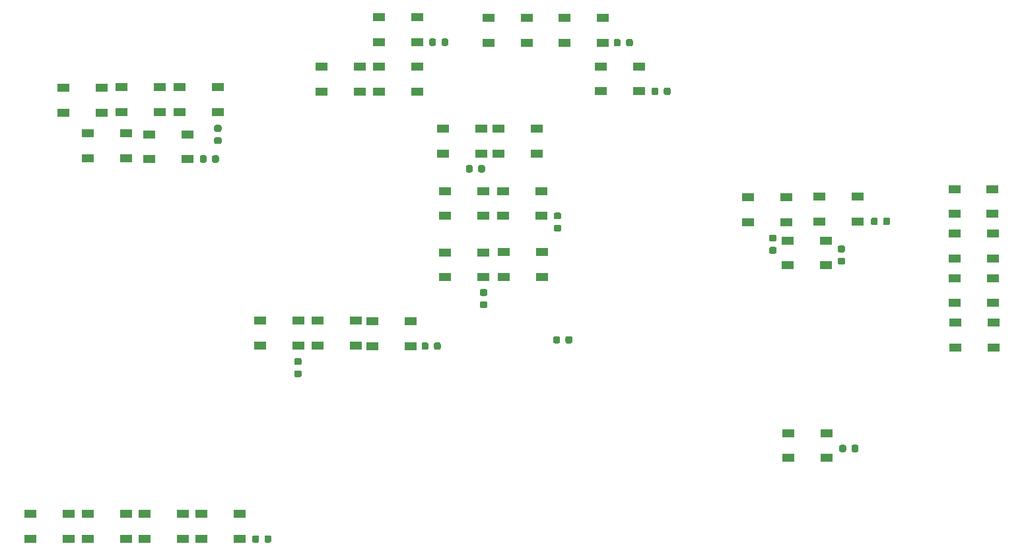
<source format=gbr>
%TF.GenerationSoftware,KiCad,Pcbnew,(5.1.6)-1*%
%TF.CreationDate,2020-12-18T17:33:36+11:00*%
%TF.ProjectId,Fuel Panel PCB V2,4675656c-2050-4616-9e65-6c2050434220,rev?*%
%TF.SameCoordinates,Original*%
%TF.FileFunction,Paste,Top*%
%TF.FilePolarity,Positive*%
%FSLAX46Y46*%
G04 Gerber Fmt 4.6, Leading zero omitted, Abs format (unit mm)*
G04 Created by KiCad (PCBNEW (5.1.6)-1) date 2020-12-18 17:33:36*
%MOMM*%
%LPD*%
G01*
G04 APERTURE LIST*
%ADD10R,1.500000X1.000000*%
G04 APERTURE END LIST*
%TO.C,R1*%
G36*
G01*
X169932000Y-121561750D02*
X169932000Y-122074250D01*
G75*
G02*
X169713250Y-122293000I-218750J0D01*
G01*
X169275750Y-122293000D01*
G75*
G02*
X169057000Y-122074250I0J218750D01*
G01*
X169057000Y-121561750D01*
G75*
G02*
X169275750Y-121343000I218750J0D01*
G01*
X169713250Y-121343000D01*
G75*
G02*
X169932000Y-121561750I0J-218750D01*
G01*
G37*
G36*
G01*
X171507000Y-121561750D02*
X171507000Y-122074250D01*
G75*
G02*
X171288250Y-122293000I-218750J0D01*
G01*
X170850750Y-122293000D01*
G75*
G02*
X170632000Y-122074250I0J218750D01*
G01*
X170632000Y-121561750D01*
G75*
G02*
X170850750Y-121343000I218750J0D01*
G01*
X171288250Y-121343000D01*
G75*
G02*
X171507000Y-121561750I0J-218750D01*
G01*
G37*
%TD*%
%TO.C,C16*%
G36*
G01*
X131333860Y-147137410D02*
X131333860Y-147649910D01*
G75*
G02*
X131115110Y-147868660I-218750J0D01*
G01*
X130677610Y-147868660D01*
G75*
G02*
X130458860Y-147649910I0J218750D01*
G01*
X130458860Y-147137410D01*
G75*
G02*
X130677610Y-146918660I218750J0D01*
G01*
X131115110Y-146918660D01*
G75*
G02*
X131333860Y-147137410I0J-218750D01*
G01*
G37*
G36*
G01*
X132908860Y-147137410D02*
X132908860Y-147649910D01*
G75*
G02*
X132690110Y-147868660I-218750J0D01*
G01*
X132252610Y-147868660D01*
G75*
G02*
X132033860Y-147649910I0J218750D01*
G01*
X132033860Y-147137410D01*
G75*
G02*
X132252610Y-146918660I218750J0D01*
G01*
X132690110Y-146918660D01*
G75*
G02*
X132908860Y-147137410I0J-218750D01*
G01*
G37*
%TD*%
%TO.C,C15*%
G36*
G01*
X206624540Y-135514370D02*
X206624540Y-136026870D01*
G75*
G02*
X206405790Y-136245620I-218750J0D01*
G01*
X205968290Y-136245620D01*
G75*
G02*
X205749540Y-136026870I0J218750D01*
G01*
X205749540Y-135514370D01*
G75*
G02*
X205968290Y-135295620I218750J0D01*
G01*
X206405790Y-135295620D01*
G75*
G02*
X206624540Y-135514370I0J-218750D01*
G01*
G37*
G36*
G01*
X208199540Y-135514370D02*
X208199540Y-136026870D01*
G75*
G02*
X207980790Y-136245620I-218750J0D01*
G01*
X207543290Y-136245620D01*
G75*
G02*
X207324540Y-136026870I0J218750D01*
G01*
X207324540Y-135514370D01*
G75*
G02*
X207543290Y-135295620I218750J0D01*
G01*
X207980790Y-135295620D01*
G75*
G02*
X208199540Y-135514370I0J-218750D01*
G01*
G37*
%TD*%
%TO.C,C14*%
G36*
G01*
X205763150Y-111299640D02*
X206275650Y-111299640D01*
G75*
G02*
X206494400Y-111518390I0J-218750D01*
G01*
X206494400Y-111955890D01*
G75*
G02*
X206275650Y-112174640I-218750J0D01*
G01*
X205763150Y-112174640D01*
G75*
G02*
X205544400Y-111955890I0J218750D01*
G01*
X205544400Y-111518390D01*
G75*
G02*
X205763150Y-111299640I218750J0D01*
G01*
G37*
G36*
G01*
X205763150Y-109724640D02*
X206275650Y-109724640D01*
G75*
G02*
X206494400Y-109943390I0J-218750D01*
G01*
X206494400Y-110380890D01*
G75*
G02*
X206275650Y-110599640I-218750J0D01*
G01*
X205763150Y-110599640D01*
G75*
G02*
X205544400Y-110380890I0J218750D01*
G01*
X205544400Y-109943390D01*
G75*
G02*
X205763150Y-109724640I218750J0D01*
G01*
G37*
%TD*%
%TO.C,C13*%
G36*
G01*
X210675840Y-106357710D02*
X210675840Y-106870210D01*
G75*
G02*
X210457090Y-107088960I-218750J0D01*
G01*
X210019590Y-107088960D01*
G75*
G02*
X209800840Y-106870210I0J218750D01*
G01*
X209800840Y-106357710D01*
G75*
G02*
X210019590Y-106138960I218750J0D01*
G01*
X210457090Y-106138960D01*
G75*
G02*
X210675840Y-106357710I0J-218750D01*
G01*
G37*
G36*
G01*
X212250840Y-106357710D02*
X212250840Y-106870210D01*
G75*
G02*
X212032090Y-107088960I-218750J0D01*
G01*
X211594590Y-107088960D01*
G75*
G02*
X211375840Y-106870210I0J218750D01*
G01*
X211375840Y-106357710D01*
G75*
G02*
X211594590Y-106138960I218750J0D01*
G01*
X212032090Y-106138960D01*
G75*
G02*
X212250840Y-106357710I0J-218750D01*
G01*
G37*
%TD*%
%TO.C,C12*%
G36*
G01*
X169867290Y-106347880D02*
X169354790Y-106347880D01*
G75*
G02*
X169136040Y-106129130I0J218750D01*
G01*
X169136040Y-105691630D01*
G75*
G02*
X169354790Y-105472880I218750J0D01*
G01*
X169867290Y-105472880D01*
G75*
G02*
X170086040Y-105691630I0J-218750D01*
G01*
X170086040Y-106129130D01*
G75*
G02*
X169867290Y-106347880I-218750J0D01*
G01*
G37*
G36*
G01*
X169867290Y-107922880D02*
X169354790Y-107922880D01*
G75*
G02*
X169136040Y-107704130I0J218750D01*
G01*
X169136040Y-107266630D01*
G75*
G02*
X169354790Y-107047880I218750J0D01*
G01*
X169867290Y-107047880D01*
G75*
G02*
X170086040Y-107266630I0J-218750D01*
G01*
X170086040Y-107704130D01*
G75*
G02*
X169867290Y-107922880I-218750J0D01*
G01*
G37*
%TD*%
%TO.C,C11*%
G36*
G01*
X197479630Y-109195020D02*
X196967130Y-109195020D01*
G75*
G02*
X196748380Y-108976270I0J218750D01*
G01*
X196748380Y-108538770D01*
G75*
G02*
X196967130Y-108320020I218750J0D01*
G01*
X197479630Y-108320020D01*
G75*
G02*
X197698380Y-108538770I0J-218750D01*
G01*
X197698380Y-108976270D01*
G75*
G02*
X197479630Y-109195020I-218750J0D01*
G01*
G37*
G36*
G01*
X197479630Y-110770020D02*
X196967130Y-110770020D01*
G75*
G02*
X196748380Y-110551270I0J218750D01*
G01*
X196748380Y-110113770D01*
G75*
G02*
X196967130Y-109895020I218750J0D01*
G01*
X197479630Y-109895020D01*
G75*
G02*
X197698380Y-110113770I0J-218750D01*
G01*
X197698380Y-110551270D01*
G75*
G02*
X197479630Y-110770020I-218750J0D01*
G01*
G37*
%TD*%
%TO.C,C10*%
G36*
G01*
X182547880Y-89659750D02*
X182547880Y-90172250D01*
G75*
G02*
X182329130Y-90391000I-218750J0D01*
G01*
X181891630Y-90391000D01*
G75*
G02*
X181672880Y-90172250I0J218750D01*
G01*
X181672880Y-89659750D01*
G75*
G02*
X181891630Y-89441000I218750J0D01*
G01*
X182329130Y-89441000D01*
G75*
G02*
X182547880Y-89659750I0J-218750D01*
G01*
G37*
G36*
G01*
X184122880Y-89659750D02*
X184122880Y-90172250D01*
G75*
G02*
X183904130Y-90391000I-218750J0D01*
G01*
X183466630Y-90391000D01*
G75*
G02*
X183247880Y-90172250I0J218750D01*
G01*
X183247880Y-89659750D01*
G75*
G02*
X183466630Y-89441000I218750J0D01*
G01*
X183904130Y-89441000D01*
G75*
G02*
X184122880Y-89659750I0J-218750D01*
G01*
G37*
%TD*%
%TO.C,C9*%
G36*
G01*
X177701360Y-83418970D02*
X177701360Y-83931470D01*
G75*
G02*
X177482610Y-84150220I-218750J0D01*
G01*
X177045110Y-84150220D01*
G75*
G02*
X176826360Y-83931470I0J218750D01*
G01*
X176826360Y-83418970D01*
G75*
G02*
X177045110Y-83200220I218750J0D01*
G01*
X177482610Y-83200220D01*
G75*
G02*
X177701360Y-83418970I0J-218750D01*
G01*
G37*
G36*
G01*
X179276360Y-83418970D02*
X179276360Y-83931470D01*
G75*
G02*
X179057610Y-84150220I-218750J0D01*
G01*
X178620110Y-84150220D01*
G75*
G02*
X178401360Y-83931470I0J218750D01*
G01*
X178401360Y-83418970D01*
G75*
G02*
X178620110Y-83200220I218750J0D01*
G01*
X179057610Y-83200220D01*
G75*
G02*
X179276360Y-83418970I0J-218750D01*
G01*
G37*
%TD*%
%TO.C,C8*%
G36*
G01*
X154031200Y-83360550D02*
X154031200Y-83873050D01*
G75*
G02*
X153812450Y-84091800I-218750J0D01*
G01*
X153374950Y-84091800D01*
G75*
G02*
X153156200Y-83873050I0J218750D01*
G01*
X153156200Y-83360550D01*
G75*
G02*
X153374950Y-83141800I218750J0D01*
G01*
X153812450Y-83141800D01*
G75*
G02*
X154031200Y-83360550I0J-218750D01*
G01*
G37*
G36*
G01*
X155606200Y-83360550D02*
X155606200Y-83873050D01*
G75*
G02*
X155387450Y-84091800I-218750J0D01*
G01*
X154949950Y-84091800D01*
G75*
G02*
X154731200Y-83873050I0J218750D01*
G01*
X154731200Y-83360550D01*
G75*
G02*
X154949950Y-83141800I218750J0D01*
G01*
X155387450Y-83141800D01*
G75*
G02*
X155606200Y-83360550I0J-218750D01*
G01*
G37*
%TD*%
%TO.C,C7*%
G36*
G01*
X159435180Y-100121430D02*
X159435180Y-99608930D01*
G75*
G02*
X159653930Y-99390180I218750J0D01*
G01*
X160091430Y-99390180D01*
G75*
G02*
X160310180Y-99608930I0J-218750D01*
G01*
X160310180Y-100121430D01*
G75*
G02*
X160091430Y-100340180I-218750J0D01*
G01*
X159653930Y-100340180D01*
G75*
G02*
X159435180Y-100121430I0J218750D01*
G01*
G37*
G36*
G01*
X157860180Y-100121430D02*
X157860180Y-99608930D01*
G75*
G02*
X158078930Y-99390180I218750J0D01*
G01*
X158516430Y-99390180D01*
G75*
G02*
X158735180Y-99608930I0J-218750D01*
G01*
X158735180Y-100121430D01*
G75*
G02*
X158516430Y-100340180I-218750J0D01*
G01*
X158078930Y-100340180D01*
G75*
G02*
X157860180Y-100121430I0J218750D01*
G01*
G37*
%TD*%
%TO.C,C6*%
G36*
G01*
X160393090Y-116182560D02*
X159880590Y-116182560D01*
G75*
G02*
X159661840Y-115963810I0J218750D01*
G01*
X159661840Y-115526310D01*
G75*
G02*
X159880590Y-115307560I218750J0D01*
G01*
X160393090Y-115307560D01*
G75*
G02*
X160611840Y-115526310I0J-218750D01*
G01*
X160611840Y-115963810D01*
G75*
G02*
X160393090Y-116182560I-218750J0D01*
G01*
G37*
G36*
G01*
X160393090Y-117757560D02*
X159880590Y-117757560D01*
G75*
G02*
X159661840Y-117538810I0J218750D01*
G01*
X159661840Y-117101310D01*
G75*
G02*
X159880590Y-116882560I218750J0D01*
G01*
X160393090Y-116882560D01*
G75*
G02*
X160611840Y-117101310I0J-218750D01*
G01*
X160611840Y-117538810D01*
G75*
G02*
X160393090Y-117757560I-218750J0D01*
G01*
G37*
%TD*%
%TO.C,C5*%
G36*
G01*
X153061020Y-122367330D02*
X153061020Y-122879830D01*
G75*
G02*
X152842270Y-123098580I-218750J0D01*
G01*
X152404770Y-123098580D01*
G75*
G02*
X152186020Y-122879830I0J218750D01*
G01*
X152186020Y-122367330D01*
G75*
G02*
X152404770Y-122148580I218750J0D01*
G01*
X152842270Y-122148580D01*
G75*
G02*
X153061020Y-122367330I0J-218750D01*
G01*
G37*
G36*
G01*
X154636020Y-122367330D02*
X154636020Y-122879830D01*
G75*
G02*
X154417270Y-123098580I-218750J0D01*
G01*
X153979770Y-123098580D01*
G75*
G02*
X153761020Y-122879830I0J218750D01*
G01*
X153761020Y-122367330D01*
G75*
G02*
X153979770Y-122148580I218750J0D01*
G01*
X154417270Y-122148580D01*
G75*
G02*
X154636020Y-122367330I0J-218750D01*
G01*
G37*
%TD*%
%TO.C,C4*%
G36*
G01*
X136586257Y-125046673D02*
X136073757Y-125046673D01*
G75*
G02*
X135855007Y-124827923I0J218750D01*
G01*
X135855007Y-124390423D01*
G75*
G02*
X136073757Y-124171673I218750J0D01*
G01*
X136586257Y-124171673D01*
G75*
G02*
X136805007Y-124390423I0J-218750D01*
G01*
X136805007Y-124827923D01*
G75*
G02*
X136586257Y-125046673I-218750J0D01*
G01*
G37*
G36*
G01*
X136586257Y-126621673D02*
X136073757Y-126621673D01*
G75*
G02*
X135855007Y-126402923I0J218750D01*
G01*
X135855007Y-125965423D01*
G75*
G02*
X136073757Y-125746673I218750J0D01*
G01*
X136586257Y-125746673D01*
G75*
G02*
X136805007Y-125965423I0J-218750D01*
G01*
X136805007Y-126402923D01*
G75*
G02*
X136586257Y-126621673I-218750J0D01*
G01*
G37*
%TD*%
%TO.C,C3*%
G36*
G01*
X124618100Y-98349090D02*
X124618100Y-98861590D01*
G75*
G02*
X124399350Y-99080340I-218750J0D01*
G01*
X123961850Y-99080340D01*
G75*
G02*
X123743100Y-98861590I0J218750D01*
G01*
X123743100Y-98349090D01*
G75*
G02*
X123961850Y-98130340I218750J0D01*
G01*
X124399350Y-98130340D01*
G75*
G02*
X124618100Y-98349090I0J-218750D01*
G01*
G37*
G36*
G01*
X126193100Y-98349090D02*
X126193100Y-98861590D01*
G75*
G02*
X125974350Y-99080340I-218750J0D01*
G01*
X125536850Y-99080340D01*
G75*
G02*
X125318100Y-98861590I0J218750D01*
G01*
X125318100Y-98349090D01*
G75*
G02*
X125536850Y-98130340I218750J0D01*
G01*
X125974350Y-98130340D01*
G75*
G02*
X126193100Y-98349090I0J-218750D01*
G01*
G37*
%TD*%
%TO.C,C2*%
G36*
G01*
X126311370Y-95113260D02*
X125798870Y-95113260D01*
G75*
G02*
X125580120Y-94894510I0J218750D01*
G01*
X125580120Y-94457010D01*
G75*
G02*
X125798870Y-94238260I218750J0D01*
G01*
X126311370Y-94238260D01*
G75*
G02*
X126530120Y-94457010I0J-218750D01*
G01*
X126530120Y-94894510D01*
G75*
G02*
X126311370Y-95113260I-218750J0D01*
G01*
G37*
G36*
G01*
X126311370Y-96688260D02*
X125798870Y-96688260D01*
G75*
G02*
X125580120Y-96469510I0J218750D01*
G01*
X125580120Y-96032010D01*
G75*
G02*
X125798870Y-95813260I218750J0D01*
G01*
X126311370Y-95813260D01*
G75*
G02*
X126530120Y-96032010I0J-218750D01*
G01*
X126530120Y-96469510D01*
G75*
G02*
X126311370Y-96688260I-218750J0D01*
G01*
G37*
%TD*%
D10*
%TO.C,D5*%
X117235000Y-95428000D03*
X117235000Y-98628000D03*
X122135000Y-95428000D03*
X122135000Y-98628000D03*
%TD*%
%TO.C,D28*%
X199226000Y-133782000D03*
X199226000Y-136982000D03*
X204126000Y-133782000D03*
X204126000Y-136982000D03*
%TD*%
%TO.C,D14*%
X155171000Y-102718000D03*
X155171000Y-105918000D03*
X160071000Y-102718000D03*
X160071000Y-105918000D03*
%TD*%
%TO.C,D32*%
X220652000Y-119583000D03*
X220652000Y-122783000D03*
X225552000Y-119583000D03*
X225552000Y-122783000D03*
%TD*%
%TO.C,D31*%
X220550000Y-113894000D03*
X220550000Y-117094000D03*
X225450000Y-113894000D03*
X225450000Y-117094000D03*
%TD*%
%TO.C,D30*%
X220550000Y-108204000D03*
X220550000Y-111404000D03*
X225450000Y-108204000D03*
X225450000Y-111404000D03*
%TD*%
%TO.C,D29*%
X220511000Y-102464000D03*
X220511000Y-105664000D03*
X225411000Y-102464000D03*
X225411000Y-105664000D03*
%TD*%
%TO.C,D27*%
X199113000Y-109068000D03*
X199113000Y-112268000D03*
X204013000Y-109068000D03*
X204013000Y-112268000D03*
%TD*%
%TO.C,D26*%
X203177000Y-103429000D03*
X203177000Y-106629000D03*
X208077000Y-103429000D03*
X208077000Y-106629000D03*
%TD*%
%TO.C,D25*%
X194084000Y-103531000D03*
X194084000Y-106731000D03*
X198984000Y-103531000D03*
X198984000Y-106731000D03*
%TD*%
%TO.C,D24*%
X123980000Y-144145000D03*
X123980000Y-147345000D03*
X128880000Y-144145000D03*
X128880000Y-147345000D03*
%TD*%
%TO.C,D23*%
X116664000Y-144170000D03*
X116664000Y-147370000D03*
X121564000Y-144170000D03*
X121564000Y-147370000D03*
%TD*%
%TO.C,D22*%
X109400000Y-144171000D03*
X109400000Y-147371000D03*
X114300000Y-144171000D03*
X114300000Y-147371000D03*
%TD*%
%TO.C,D21*%
X101995000Y-144145000D03*
X101995000Y-147345000D03*
X106895000Y-144145000D03*
X106895000Y-147345000D03*
%TD*%
%TO.C,D20*%
X145874000Y-119431000D03*
X145874000Y-122631000D03*
X150774000Y-119431000D03*
X150774000Y-122631000D03*
%TD*%
%TO.C,D19*%
X138864000Y-119380000D03*
X138864000Y-122580000D03*
X143764000Y-119380000D03*
X143764000Y-122580000D03*
%TD*%
%TO.C,D18*%
X131447000Y-119380000D03*
X131447000Y-122580000D03*
X136347000Y-119380000D03*
X136347000Y-122580000D03*
%TD*%
%TO.C,D17*%
X162689000Y-110541000D03*
X162689000Y-113741000D03*
X167589000Y-110541000D03*
X167589000Y-113741000D03*
%TD*%
%TO.C,D16*%
X155222000Y-110592000D03*
X155222000Y-113792000D03*
X160122000Y-110592000D03*
X160122000Y-113792000D03*
%TD*%
%TO.C,D15*%
X162638000Y-102718000D03*
X162638000Y-105918000D03*
X167538000Y-102718000D03*
X167538000Y-105918000D03*
%TD*%
%TO.C,D13*%
X162080000Y-94691200D03*
X162080000Y-97891200D03*
X166980000Y-94691200D03*
X166980000Y-97891200D03*
%TD*%
%TO.C,D12*%
X154968000Y-94691200D03*
X154968000Y-97891200D03*
X159868000Y-94691200D03*
X159868000Y-97891200D03*
%TD*%
%TO.C,D11*%
X175186000Y-86715600D03*
X175186000Y-89915600D03*
X180086000Y-86715600D03*
X180086000Y-89915600D03*
%TD*%
%TO.C,D10*%
X170512000Y-80467200D03*
X170512000Y-83667200D03*
X175412000Y-80467200D03*
X175412000Y-83667200D03*
%TD*%
%TO.C,D9*%
X160770000Y-80492800D03*
X160770000Y-83692800D03*
X165670000Y-80492800D03*
X165670000Y-83692800D03*
%TD*%
%TO.C,D8*%
X146738000Y-80416400D03*
X146738000Y-83616400D03*
X151638000Y-80416400D03*
X151638000Y-83616400D03*
%TD*%
%TO.C,D7*%
X146687000Y-86766800D03*
X146687000Y-89966800D03*
X151587000Y-86766800D03*
X151587000Y-89966800D03*
%TD*%
%TO.C,D6*%
X139344000Y-86766800D03*
X139344000Y-89966800D03*
X144244000Y-86766800D03*
X144244000Y-89966800D03*
%TD*%
%TO.C,D4*%
X109372000Y-95300800D03*
X109372000Y-98500800D03*
X114272000Y-95300800D03*
X114272000Y-98500800D03*
%TD*%
%TO.C,D3*%
X121158000Y-89408400D03*
X121158000Y-92608400D03*
X126058000Y-89408400D03*
X126058000Y-92608400D03*
%TD*%
%TO.C,D2*%
X113690000Y-89408000D03*
X113690000Y-92608000D03*
X118590000Y-89408000D03*
X118590000Y-92608000D03*
%TD*%
%TO.C,D1*%
X106223000Y-89433600D03*
X106223000Y-92633600D03*
X111123000Y-89433600D03*
X111123000Y-92633600D03*
%TD*%
M02*

</source>
